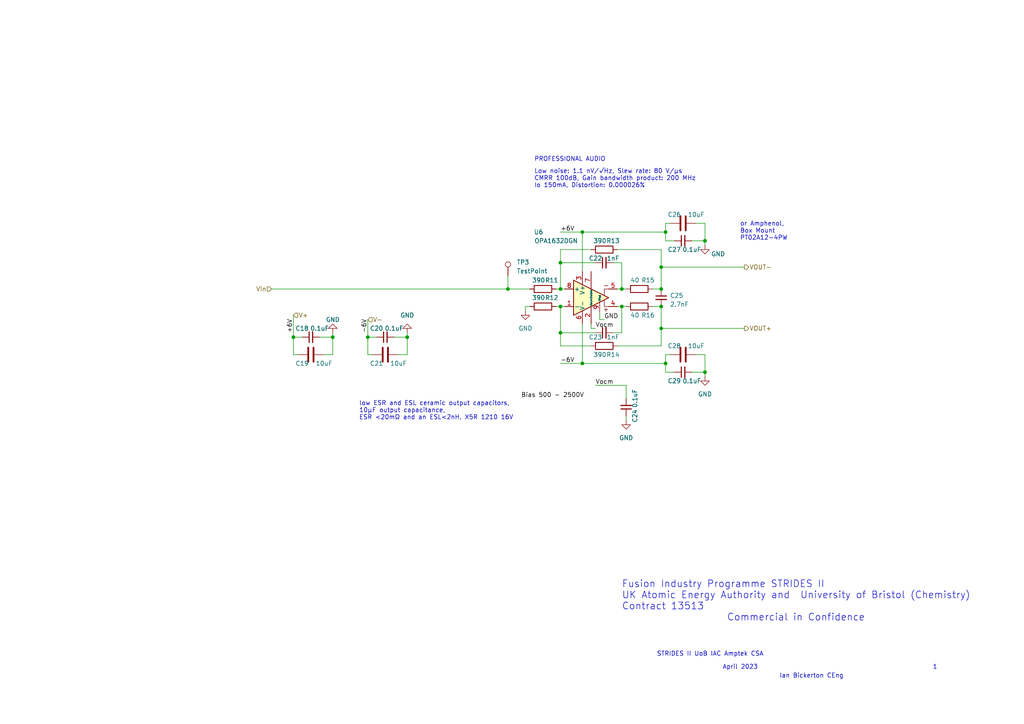
<source format=kicad_sch>
(kicad_sch (version 20231120) (generator "eeschema") (generator_version "8.0")
  (paper "A4")
  (lib_symbols
    (symbol "Connector:TestPoint" (pin_numbers hide) (pin_names (offset 0.762) hide)
      (property "Reference" "TP" (at 0 6.858 0))
      (property "Value" "TestPoint" (at 0 5.08 0))
      (symbol "TestPoint_0_1"
        (circle (center 0 3.302) (radius 0.762))
      )
      (symbol "TestPoint_1_1"
        (pin passive line (at 0 0 90) (length 2.54) (name "1") (number "1"))
      )
    )
    (symbol "Device:C" (pin_numbers hide) (pin_names (offset 0.254))
      (property "Reference" "C" (at 0.635 2.54 0))
      (property "Value" "C" (at 0.635 -2.54 0))
      (symbol "C_0_1"
        (polyline (pts (xy -2.032 -0.762) (xy 2.032 -0.762)) (stroke (width 0.508)))
        (polyline (pts (xy -2.032 0.762) (xy 2.032 0.762)) (stroke (width 0.508)))
      )
      (symbol "C_1_1"
        (pin passive line (at 0 3.81 270) (length 2.794) (name "~") (number "1"))
        (pin passive line (at 0 -3.81 90) (length 2.794) (name "~") (number "2"))
      )
    )
    (symbol "Device:C_Small" (pin_numbers hide) (pin_names (offset 0.254) hide)
      (property "Reference" "C" (at 0.254 1.778 0))
      (property "Value" "C_Small" (at 0.254 -2.032 0))
      (symbol "C_Small_0_1"
        (polyline (pts (xy -1.524 -0.508) (xy 1.524 -0.508)) (stroke (width 0.3302)))
        (polyline (pts (xy -1.524 0.508) (xy 1.524 0.508)) (stroke (width 0.3048)))
      )
      (symbol "C_Small_1_1"
        (pin passive line (at 0 2.54 270) (length 2.032) (name "~") (number "1"))
        (pin passive line (at 0 -2.54 90) (length 2.032) (name "~") (number "2"))
      )
    )
    (symbol "Device:R" (pin_numbers hide) (pin_names (offset 0))
      (property "Reference" "R" (at 2.032 0 90))
      (property "Value" "R" (at 0 0 90))
      (symbol "R_0_1"
        (rectangle (start -1.016 -2.54) (end 1.016 2.54) (stroke (width 0.254)))
      )
      (symbol "R_1_1"
        (pin passive line (at 0 3.81 270) (length 1.27) (name "~") (number "1"))
        (pin passive line (at 0 -3.81 90) (length 1.27) (name "~") (number "2"))
      )
    )
    (symbol "UoB Diamond Sensor Library:OPA1632" (pin_names (offset 0.127))
      (property "Reference" "U" (at 5.08 7.62 0))
      (property "Value" "OPA1632" (at 10.16 5.08 0))
      (symbol "OPA1632_0_1"
        (polyline (pts (xy 3.8133 -3.4496) (xy 4.8293 -3.4496)))
        (polyline (pts (xy 3.8402 3.4775) (xy 4.8562 3.4775)))
        (polyline (pts (xy 4.2966 -3.9598) (xy 4.2966 -2.9438)))
      )
      (symbol "OPA1632_1_1"
        (polyline (pts (xy 3.81 -0.635) (xy 3.81 -2.54) (xy 5.08 -2.54)))
        (polyline (pts (xy 5.08 2.54) (xy 3.81 2.54) (xy 3.81 0.635)))
        (polyline (pts (xy -5.08 5.08) (xy 5.08 0) (xy -5.08 -5.08) (xy -5.08 5.08)) (stroke (width 0.254)) (fill (type background)))
        (pin input line (at -7.62 -2.54 0) (length 2.54) (name "-") (number "1"))
        (pin input line (at 0 -7.62 90) (length 5.08) (name "Vocm") (number "2"))
        (pin power_in line (at -2.54 7.62 270) (length 3.81) (name "V+") (number "3"))
        (pin output line (at 7.62 -2.54 180) (length 2.54) (name "~") (number "4"))
        (pin output line (at 7.62 2.54 180) (length 2.54) (name "~") (number "5"))
        (pin power_in line (at -2.54 -7.62 90) (length 3.81) (name "V-") (number "6"))
        (pin input line (at 0 7.62 270) (length 5.08) (name "Enable") (number "7"))
        (pin input line (at -7.62 2.54 0) (length 2.54) (name "+") (number "8"))
        (pin input line (at 2.4977 -4.2426 90) (length 3) (name "TPad") (number "9"))
      )
    )
    (symbol "power:GND" (power) (pin_names (offset 0))
      (property "Value" "GND" (at 0 -3.81 0))
      (symbol "GND_0_1"
        (polyline (pts (xy 0 0) (xy 0 -1.27) (xy 1.27 -1.27) (xy 0 -2.54) (xy -1.27 -1.27) (xy 0 -1.27)))
      )
      (symbol "GND_1_1"
        (pin power_in line (at 0 0 270) (length 0) hide (name "GND") (number "1"))
      )
    )
  )
  (junction (at 204.47 69.85))
  (junction (at 162.56 96.52))
  (junction (at 180.34 88.9))
  (junction (at 191.77 88.9))
  (junction (at 85.09 97.79))
  (junction (at 204.47 107.95))
  (junction (at 191.77 95.25))
  (junction (at 180.34 83.82))
  (junction (at 106.68 97.79))
  (junction (at 118.11 97.79))
  (junction (at 147.32 83.82))
  (junction (at 162.56 76.2))
  (junction (at 193.04 105.41))
  (junction (at 168.91 67.31))
  (junction (at 96.52 97.79))
  (junction (at 162.56 83.82))
  (junction (at 193.04 67.31))
  (junction (at 191.77 83.82))
  (junction (at 168.91 105.41))
  (junction (at 162.56 88.9))
  (junction (at 191.77 77.47))
  (wire (pts (xy 161.29 83.82) (xy 162.56 83.82)))
  (wire (pts (xy 115.57 102.87) (xy 118.11 102.87)))
  (wire (pts (xy 180.34 96.52) (xy 180.34 88.9)))
  (wire (pts (xy 168.91 67.31) (xy 193.04 67.31)))
  (wire (pts (xy 193.04 69.85) (xy 195.58 69.85)))
  (wire (pts (xy 171.45 95.25) (xy 172.72 95.25)))
  (wire (pts (xy 171.45 93.98) (xy 171.45 95.25)))
  (wire (pts (xy 177.8 96.52) (xy 180.34 96.52)))
  (wire (pts (xy 153.67 88.9) (xy 152.4 88.9)))
  (wire (pts (xy 191.77 77.47) (xy 215.9 77.47)))
  (wire (pts (xy 109.22 97.79) (xy 106.68 97.79)))
  (wire (pts (xy 106.68 102.87) (xy 107.95 102.87)))
  (wire (pts (xy 180.34 83.82) (xy 179.07 83.82)))
  (wire (pts (xy 78.74 83.82) (xy 147.32 83.82)))
  (wire (pts (xy 162.56 105.41) (xy 168.91 105.41)))
  (wire (pts (xy 168.91 105.41) (xy 193.04 105.41)))
  (wire (pts (xy 106.68 92.71) (xy 106.68 97.79)))
  (wire (pts (xy 171.45 72.39) (xy 162.56 72.39)))
  (wire (pts (xy 86.36 102.87) (xy 85.09 102.87)))
  (wire (pts (xy 204.47 102.87) (xy 204.47 107.95)))
  (wire (pts (xy 193.04 102.87) (xy 193.04 105.41)))
  (wire (pts (xy 152.4 88.9) (xy 152.4 90.17)))
  (wire (pts (xy 118.11 97.79) (xy 118.11 96.52)))
  (wire (pts (xy 162.56 100.33) (xy 162.56 96.52)))
  (wire (pts (xy 162.56 76.2) (xy 162.56 83.82)))
  (wire (pts (xy 162.56 76.2) (xy 172.72 76.2)))
  (wire (pts (xy 96.52 97.79) (xy 96.52 96.52)))
  (wire (pts (xy 171.45 100.33) (xy 162.56 100.33)))
  (wire (pts (xy 180.34 76.2) (xy 180.34 83.82)))
  (wire (pts (xy 204.47 107.95) (xy 204.47 109.22)))
  (wire (pts (xy 93.98 102.87) (xy 96.52 102.87)))
  (wire (pts (xy 180.34 83.82) (xy 181.61 83.82)))
  (wire (pts (xy 189.23 88.9) (xy 191.77 88.9)))
  (wire (pts (xy 177.8 76.2) (xy 180.34 76.2)))
  (wire (pts (xy 204.47 64.77) (xy 204.47 69.85)))
  (wire (pts (xy 201.93 64.77) (xy 204.47 64.77)))
  (wire (pts (xy 161.29 88.9) (xy 162.56 88.9)))
  (wire (pts (xy 147.32 83.82) (xy 153.67 83.82)))
  (wire (pts (xy 162.56 72.39) (xy 162.56 76.2)))
  (wire (pts (xy 162.56 83.82) (xy 163.83 83.82)))
  (wire (pts (xy 114.3 97.79) (xy 118.11 97.79)))
  (wire (pts (xy 106.68 102.87) (xy 106.68 97.79)))
  (wire (pts (xy 191.77 95.25) (xy 191.77 88.9)))
  (wire (pts (xy 200.66 69.85) (xy 204.47 69.85)))
  (wire (pts (xy 193.04 64.77) (xy 193.04 67.31)))
  (wire (pts (xy 172.72 111.76) (xy 181.61 111.76)))
  (wire (pts (xy 179.07 72.39) (xy 191.77 72.39)))
  (wire (pts (xy 193.04 105.41) (xy 193.04 107.95)))
  (wire (pts (xy 194.31 102.87) (xy 193.04 102.87)))
  (wire (pts (xy 181.61 120.65) (xy 181.61 121.92)))
  (wire (pts (xy 162.56 96.52) (xy 162.56 88.9)))
  (wire (pts (xy 85.09 91.44) (xy 85.09 97.79)))
  (wire (pts (xy 85.09 97.79) (xy 87.63 97.79)))
  (wire (pts (xy 162.56 96.52) (xy 172.72 96.52)))
  (wire (pts (xy 191.77 72.39) (xy 191.77 77.47)))
  (wire (pts (xy 168.91 67.31) (xy 168.91 78.74)))
  (wire (pts (xy 181.61 111.76) (xy 181.61 115.57)))
  (wire (pts (xy 96.52 102.87) (xy 96.52 97.79)))
  (wire (pts (xy 162.56 88.9) (xy 163.83 88.9)))
  (wire (pts (xy 191.77 77.47) (xy 191.77 83.82)))
  (wire (pts (xy 147.32 80.01) (xy 147.32 83.82)))
  (wire (pts (xy 200.66 107.95) (xy 204.47 107.95)))
  (wire (pts (xy 179.07 100.33) (xy 191.77 100.33)))
  (wire (pts (xy 191.77 100.33) (xy 191.77 95.25)))
  (wire (pts (xy 215.9 95.25) (xy 191.77 95.25)))
  (wire (pts (xy 193.04 107.95) (xy 195.58 107.95)))
  (wire (pts (xy 162.56 67.31) (xy 168.91 67.31)))
  (wire (pts (xy 180.34 88.9) (xy 181.61 88.9)))
  (wire (pts (xy 193.04 67.31) (xy 193.04 69.85)))
  (wire (pts (xy 118.11 102.87) (xy 118.11 97.79)))
  (wire (pts (xy 179.07 88.9) (xy 180.34 88.9)))
  (wire (pts (xy 168.91 93.98) (xy 168.91 105.41)))
  (wire (pts (xy 204.47 69.85) (xy 204.47 71.12)))
  (wire (pts (xy 92.71 97.79) (xy 96.52 97.79)))
  (wire (pts (xy 173.9477 92.71) (xy 173.9477 90.6026)))
  (wire (pts (xy 201.93 102.87) (xy 204.47 102.87)))
  (wire (pts (xy 194.31 64.77) (xy 193.04 64.77)))
  (wire (pts (xy 189.23 83.82) (xy 191.77 83.82)))
  (wire (pts (xy 175.26 92.71) (xy 173.9477 92.71)))
  (wire (pts (xy 85.09 102.87) (xy 85.09 97.79)))
  (text "low ESR and ESL ceramic output capacitors,\n10µF output capacitance, \nESR <20mΩ and an ESL<2nH, X5R 1210 16V " (at 104.14 121.92 0) (effects (font (size 1.27 1.27)) (justify left bottom)))
  (text "STRIDES II UoB IAC Amptek CSA" (at 190.5 190.5 0) (effects (font (size 1.27 1.27)) (justify left bottom)))
  (text "Ian Bickerton CEng" (at 226.06 196.85 0) (effects (font (size 1.27 1.27)) (justify left bottom)))
  (text "Fusion Industry Programme STRIDES II\nUK Atomic Energy Authority and  University of Bristol (Chemistry)\nContract 13513\n                    Commercial in Confidence " (at 180.34 180.34 0) (effects (font (size 2 2)) (justify left bottom)))
  (text "Low noise: 1.1 nV/√Hz, Slew rate: 80 V/μs\nCMRR 100dB, Gain bandwidth product: 200 MHz\nIo 150mA, Distortion: 0.000026%\n" (at 154.94 54.61 0) (effects (font (size 1.27 1.27)) (justify left bottom)))
  (text "1" (at 270.51 194.31 0) (effects (font (size 1.27 1.27)) (justify left bottom)))
  (text "April 2023" (at 209.55 194.31 0) (effects (font (size 1.27 1.27)) (justify left bottom)))
  (text "or Amphenol,\nBox Mount\nPT02A12-4PW" (at 214.63 69.85 0) (effects (font (size 1.27 1.27)) (justify left bottom)))
  (text "PROFESSIONAL AUDIO" (at 154.94 46.99 0) (effects (font (size 1.27 1.27)) (justify left bottom)))
  (label "Vocm" (at 172.72 95.25 0))
  (label "+6V" (at 162.56 67.31 0))
  (label "GND" (at 175.26 92.71 0))
  (label "+6V" (at 85.09 96.52 90))
  (label "Vocm" (at 172.72 111.76 0))
  (label "-6V" (at 162.56 105.41 0))
  (label "Bias 500 - 2500V" (at 151.13 115.57 0))
  (label "-6V" (at 106.68 96.52 90))
  (hierarchical_label "VOUT+" (shape output) (at 215.9 95.25 0))
  (hierarchical_label "VOUT-" (shape output) (at 215.9 77.47 0))
  (hierarchical_label "Vin" (shape input) (at 78.74 83.82 180))
  (hierarchical_label "V+" (shape input) (at 85.09 91.44 0))
  (hierarchical_label "V-" (shape input) (at 106.68 92.71 0))
  (symbol (lib_id "power:GND") (at 204.47 109.22 0) (unit 1)
    (property "Reference" "#PWR020" (effects (hide yes)))
    (property "Value" "GND" (at 204.47 114.3 0))
  )
  (symbol (lib_id "Device:R") (at 175.26 72.39 270) (unit 1)
    (property "Reference" "R13" (at 177.8 69.85 90))
    (property "Value" "390" (at 173.99 69.85 90))
    (property "Footprint" "Resistor_SMD:R_0805_2012Metric" (effects (hide yes)))
  )
  (symbol (lib_id "power:GND") (at 204.47 71.12 0) (unit 1)
    (property "Reference" "#PWR019" (effects (hide yes)))
    (property "Value" "GND" (at 208.28 73.66 0))
  )
  (symbol (lib_id "Device:C_Small") (at 90.17 97.79 90) (mirror x) (unit 1)
    (property "Reference" "C18" (at 87.63 95.25 90))
    (property "Value" "0.1uF" (at 92.71 95.25 90))
    (property "Footprint" "Capacitor_SMD:C_0805_2012Metric" (effects (hide yes)))
  )
  (symbol (lib_id "power:GND") (at 181.61 121.92 0) (unit 1)
    (property "Reference" "#PWR018" (effects (hide yes)))
    (property "Value" "GND" (at 181.61 127 0))
  )
  (symbol (lib_id "Device:C_Small") (at 175.26 76.2 90) (unit 1)
    (property "Reference" "C22" (at 172.72 74.93 90))
    (property "Value" "1nF" (at 177.8 74.93 90))
    (property "Footprint" "Capacitor_SMD:C_0805_2012Metric" (effects (hide yes)))
  )
  (symbol (lib_id "Device:C") (at 111.76 102.87 90) (mirror x) (unit 1)
    (property "Reference" "C21" (at 109.22 105.41 90))
    (property "Value" "10uF" (at 115.57 105.41 90))
    (property "Footprint" "Capacitor_SMD:C_0805_2012Metric" (effects (hide yes)))
  )
  (symbol (lib_id "power:GND") (at 96.52 96.52 0) (mirror x) (unit 1)
    (property "Reference" "#PWR015" (effects (hide yes)))
    (property "Value" "GND" (at 96.52 92.71 0))
  )
  (symbol (lib_id "Device:R") (at 175.26 100.33 270) (mirror x) (unit 1)
    (property "Reference" "R14" (at 177.8 102.87 90))
    (property "Value" "390" (at 173.99 102.87 90))
    (property "Footprint" "Resistor_SMD:R_0805_2012Metric" (effects (hide yes)))
  )
  (symbol (lib_id "Device:C_Small") (at 191.77 86.36 0) (unit 1)
    (property "Reference" "C25" (at 194.31 85.7313 0) (effects (justify left)))
    (property "Value" "2.7nF" (at 194.31 88.2713 0) (effects (justify left)))
    (property "Footprint" "Capacitor_SMD:C_0805_2012Metric" (effects (hide yes)))
  )
  (symbol (lib_id "Device:C") (at 90.17 102.87 90) (mirror x) (unit 1)
    (property "Reference" "C19" (at 87.63 105.41 90))
    (property "Value" "10uF" (at 93.98 105.41 90))
    (property "Footprint" "Capacitor_SMD:C_0805_2012Metric" (effects (hide yes)))
  )
  (symbol (lib_id "Connector:TestPoint") (at 147.32 80.01 0) (unit 1)
    (property "Reference" "TP3" (at 149.86 76.073 0) (effects (justify left)))
    (property "Value" "TestPoint" (at 149.86 78.613 0) (effects (justify left)))
    (property "Footprint" "TestPoint:TestPoint_Pad_2.0x2.0mm" (effects (hide yes)))
  )
  (symbol (lib_id "Device:C_Small") (at 175.26 96.52 90) (unit 1)
    (property "Reference" "C23" (at 172.72 97.79 90))
    (property "Value" "1nF" (at 177.8 97.79 90))
    (property "Footprint" "Capacitor_SMD:C_0805_2012Metric" (effects (hide yes)))
  )
  (symbol (lib_id "Device:R") (at 157.48 83.82 270) (unit 1)
    (property "Reference" "R11" (at 160.02 81.28 90))
    (property "Value" "390" (at 156.21 81.28 90))
    (property "Footprint" "Resistor_SMD:R_0805_2012Metric" (effects (hide yes)))
  )
  (symbol (lib_id "Device:C") (at 198.12 102.87 90) (unit 1)
    (property "Reference" "C28" (at 195.58 100.33 90))
    (property "Value" "10uF" (at 201.93 100.33 90))
    (property "Footprint" "Capacitor_SMD:C_0805_2012Metric" (effects (hide yes)))
  )
  (symbol (lib_id "Device:C_Small") (at 181.61 118.11 180) (unit 1)
    (property "Reference" "C24" (at 184.15 120.65 90))
    (property "Value" "0.1uF" (at 184.15 115.57 90))
    (property "Footprint" "Capacitor_SMD:C_0805_2012Metric" (effects (hide yes)))
  )
  (symbol (lib_id "Device:R") (at 157.48 88.9 270) (unit 1)
    (property "Reference" "R12" (at 160.02 86.36 90))
    (property "Value" "390" (at 156.21 86.36 90))
    (property "Footprint" "Resistor_SMD:R_0805_2012Metric" (effects (hide yes)))
  )
  (symbol (lib_id "Device:C") (at 198.12 64.77 90) (unit 1)
    (property "Reference" "C26" (at 195.58 62.23 90))
    (property "Value" "10uF" (at 201.93 62.23 90))
    (property "Footprint" "Capacitor_SMD:C_0805_2012Metric" (effects (hide yes)))
  )
  (symbol (lib_id "Device:C_Small") (at 111.76 97.79 90) (mirror x) (unit 1)
    (property "Reference" "C20" (at 109.22 95.25 90))
    (property "Value" "0.1uF" (at 114.3 95.25 90))
    (property "Footprint" "Capacitor_SMD:C_0805_2012Metric" (effects (hide yes)))
  )
  (symbol (lib_id "Device:R") (at 185.42 83.82 270) (unit 1)
    (property "Reference" "R15" (at 187.96 81.28 90))
    (property "Value" "40" (at 184.15 81.28 90))
    (property "Footprint" "Resistor_SMD:R_0805_2012Metric" (effects (hide yes)))
  )
  (symbol (lib_id "power:GND") (at 152.4 90.17 0) (unit 1)
    (property "Reference" "#PWR017" (effects (hide yes)))
    (property "Value" "GND" (at 152.4 95.25 0))
  )
  (symbol (lib_id "UoB Diamond Sensor Library:OPA1632") (at 171.45 86.36 0) (unit 1)
    (property "Reference" "U6" (at 156.21 67.31 0))
    (property "Value" "OPA1632DGN" (at 161.29 69.85 0))
    (property "Footprint" "Package_SO:HVSSOP-8-1EP_3x3mm_P0.65mm_EP1.57x1.89mm_ThermalVias" (effects (hide yes)))
  )
  (symbol (lib_id "power:GND") (at 118.11 96.52 0) (mirror x) (unit 1)
    (property "Reference" "#PWR016" (effects (hide yes)))
    (property "Value" "GND" (at 118.11 91.44 0))
  )
  (symbol (lib_id "Device:R") (at 185.42 88.9 270) (mirror x) (unit 1)
    (property "Reference" "R16" (at 187.96 91.44 90))
    (property "Value" "40" (at 184.15 91.44 90))
    (property "Footprint" "Resistor_SMD:R_0805_2012Metric" (effects (hide yes)))
  )
  (symbol (lib_id "Device:C_Small") (at 198.12 69.85 90) (unit 1)
    (property "Reference" "C27" (at 195.58 72.39 90))
    (property "Value" "0.1uF" (at 200.66 72.39 90))
    (property "Footprint" "Capacitor_SMD:C_0805_2012Metric" (effects (hide yes)))
  )
  (symbol (lib_id "Device:C_Small") (at 198.12 107.95 90) (unit 1)
    (property "Reference" "C29" (at 195.58 110.49 90))
    (property "Value" "0.1uF" (at 200.66 110.49 90))
    (property "Footprint" "Capacitor_SMD:C_0805_2012Metric" (effects (hide yes)))
  )
)
</source>
